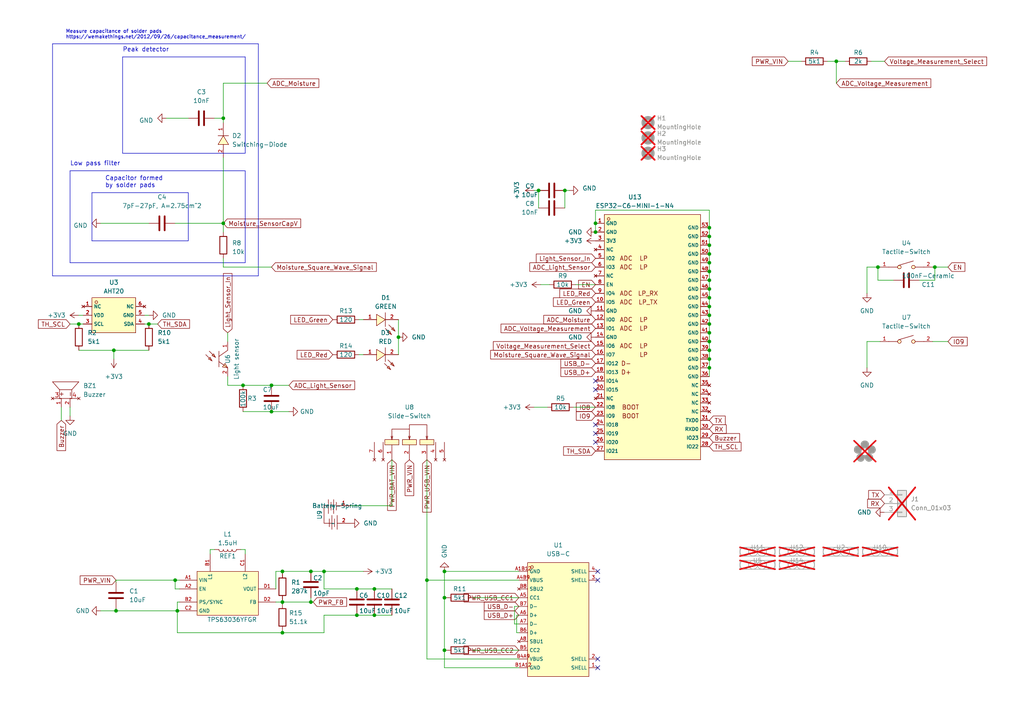
<source format=kicad_sch>
(kicad_sch (version 20231120) (generator "eeschema") (generator_version "8.0")
  (paper "A4")
  (title_block (title "Blumy") (date "2023-05-12") (rev "1.0"))
  (lib_symbols
    (symbol "Connector_Generic:Conn_01x03" (pin_names (offset 1.016) hide)
      (property "Reference" "J" (at 0 5.08 0))
      (property "Value" "Conn_01x03" (at 0 -5.08 0))
      (symbol "Conn_01x03_1_1"
        (pin passive line (at -5.08 2.54 0) (length 3.81) (name "Pin_1") (number "1"))
        (pin passive line (at -5.08 0 0) (length 3.81) (name "Pin_2") (number "2"))
        (pin passive line (at -5.08 -2.54 0) (length 3.81) (name "Pin_3") (number "3"))
      )
    )
    (symbol "Custom_Parts:AAA_Battery-Spring"
      (property "Reference" "U" (at 0 0 0))
      (symbol "AAA_Battery-Spring_1_1"
        (pin power_out line (at -3.81 -2.54 0) (length 3.81) (name "+") (number "1"))
        (pin power_out line (at -3.81 2.54 0) (length 3.81) (name "-") (number "2"))
      )
    )
    (symbol "Custom_Parts:AHT20-F"
      (property "Reference" "U" (at 0 1.27 0))
      (property "Value" "AHT20-F" (at 0 -2.54 0))
      (symbol "AHT20-F_0_1"
        (pin no_connect line (at -8.89 2.54 0) (length 2.54) (name "NC") (number "1"))
        (pin power_in line (at -8.89 0 0) (length 2.54) (name "VDD") (number "2"))
        (pin bidirectional line (at -8.89 -2.54 0) (length 2.54) (name "SCL") (number "3"))
        (pin bidirectional line (at 8.89 -2.54 180) (length 2.54) (name "SDA") (number "4"))
        (pin power_in line (at 8.89 0 180) (length 2.54) (name "GND") (number "5"))
        (pin no_connect line (at 8.89 2.54 180) (length 2.54) (name "NC") (number "6"))
      )
    )
    (symbol "Custom_Parts:ALS-PT19-315C_Light_Sensor" (pin_names hide)
      (property "Reference" "U" (at 0 1.27 0))
      (property "Value" "ALS-PT19-315C_Light_Sensor" (at 0 -2.54 0))
      (symbol "ALS-PT19-315C_Light_Sensor_1_1"
        (pin passive line (at 1.27 5.08 270) (length 2.54) (name "C") (number "1"))
        (pin passive line (at 1.27 -5.08 90) (length 2.54) (name "E") (number "2"))
      )
    )
    (symbol "Custom_Parts:Buzzer" (pin_names hide)
      (property "Reference" "B" (at 0 1.27 0))
      (property "Value" "Buzzer" (at 0 -2.54 0))
      (symbol "Buzzer_0_1"
        (pin input line (at -3.81 1.27 0) (length 2.54) (name "+") (number "1"))
        (pin power_in line (at -3.81 -1.27 0) (length 2.54) (name "2") (number "2"))
      )
      (symbol "Buzzer_1_1"
        (text "+" (at 0 1.27 0) (effects (font (size 1.27 1.27))))
        (text "-" (at 0 -1.27 0) (effects (font (size 1.27 1.27))))
        (pin no_connect line (at -1.27 3.81 270) (length 2.54) (name "NC") (number "3"))
        (pin no_connect line (at -1.27 -3.81 90) (length 2.54) (name "NC") (number "4"))
      )
    )
    (symbol "Custom_Parts:ESP32-C6-MINI-1-N4"
      (property "Reference" "U" (at 0 41.91 0))
      (property "Value" "ESP32-C6-MINI-1-N4" (at 0 39.37 0))
      (symbol "ESP32-C6-MINI-1-N4_0_1"
        (pin bidirectional line (at -11.43 10.16 0) (length 2.54) (name "IO5") (number "10"))
        (pin power_in line (at -11.43 7.62 0) (length 2.54) (name "GND") (number "11"))
        (pin bidirectional line (at -11.43 5.08 0) (length 2.54) (name "IO0") (number "12"))
        (pin bidirectional line (at -11.43 2.54 0) (length 2.54) (name "IO1") (number "13"))
        (pin power_in line (at -11.43 0 0) (length 2.54) (name "GND") (number "14"))
        (pin bidirectional line (at -11.43 -2.54 0) (length 2.54) (name "IO6") (number "15"))
        (pin bidirectional line (at -11.43 -5.08 0) (length 2.54) (name "IO7") (number "16"))
        (pin bidirectional line (at -11.43 -7.62 0) (length 2.54) (name "IO12") (number "17"))
        (pin bidirectional line (at -11.43 -10.16 0) (length 2.54) (name "IO13") (number "18"))
        (pin bidirectional line (at -11.43 -12.7 0) (length 2.54) (name "IO14") (number "19"))
        (pin bidirectional line (at -11.43 -15.24 0) (length 2.54) (name "IO15") (number "20"))
        (pin no_connect line (at -11.43 -17.78 0) (length 2.54) (name "NC") (number "21"))
        (pin bidirectional line (at -11.43 -20.32 0) (length 2.54) (name "IO8") (number "22"))
        (pin bidirectional line (at -11.43 -22.86 0) (length 2.54) (name "IO9") (number "23"))
        (pin bidirectional line (at -11.43 -25.4 0) (length 2.54) (name "IO18") (number "24"))
        (pin bidirectional line (at -11.43 -27.94 0) (length 2.54) (name "IO19") (number "25"))
        (pin bidirectional line (at -11.43 -30.48 0) (length 2.54) (name "IO20") (number "26"))
        (pin bidirectional line (at -11.43 -33.02 0) (length 2.54) (name "IO21") (number "27"))
        (pin bidirectional line (at 21.59 -31.75 180) (length 2.54) (name "IO22") (number "28"))
        (pin bidirectional line (at 21.59 -29.21 180) (length 2.54) (name "IO23") (number "29"))
        (pin bidirectional line (at 21.59 -26.67 180) (length 2.54) (name "RXD0") (number "30"))
        (pin bidirectional line (at 21.59 -24.13 180) (length 2.54) (name "TXD0") (number "31"))
        (pin no_connect line (at 21.59 -21.59 180) (length 2.54) (name "NC") (number "32"))
        (pin no_connect line (at 21.59 -19.05 180) (length 2.54) (name "NC") (number "33"))
        (pin no_connect line (at 21.59 -16.51 180) (length 2.54) (name "NC") (number "34"))
        (pin no_connect line (at 21.59 -13.97 180) (length 2.54) (name "NC") (number "35"))
        (pin power_in line (at 21.59 -11.43 180) (length 2.54) (name "GND") (number "36"))
        (pin power_in line (at 21.59 -8.89 180) (length 2.54) (name "GND") (number "37"))
        (pin power_in line (at 21.59 -6.35 180) (length 2.54) (name "GND") (number "38"))
        (pin power_in line (at 21.59 -3.81 180) (length 2.54) (name "GND") (number "39"))
        (pin power_in line (at 21.59 -1.27 180) (length 2.54) (name "GND") (number "40"))
        (pin power_in line (at 21.59 1.27 180) (length 2.54) (name "GND") (number "41"))
        (pin power_in line (at 21.59 3.81 180) (length 2.54) (name "GND") (number "42"))
        (pin power_in line (at 21.59 6.35 180) (length 2.54) (name "GND") (number "43"))
        (pin power_in line (at 21.59 8.89 180) (length 2.54) (name "GND") (number "44"))
        (pin power_in line (at 21.59 11.43 180) (length 2.54) (name "GND") (number "45"))
        (pin power_in line (at 21.59 13.97 180) (length 2.54) (name "GND") (number "46"))
        (pin power_in line (at 21.59 16.51 180) (length 2.54) (name "GND") (number "47"))
        (pin power_in line (at 21.59 19.05 180) (length 2.54) (name "GND") (number "48"))
        (pin power_in line (at 21.59 21.59 180) (length 2.54) (name "GND") (number "49"))
        (pin bidirectional line (at -11.43 22.86 0) (length 2.54) (name "IO2") (number "5"))
        (pin power_in line (at 21.59 24.13 180) (length 2.54) (name "GND") (number "50"))
        (pin power_in line (at 21.59 26.67 180) (length 2.54) (name "GND") (number "51"))
        (pin power_in line (at 21.59 29.21 180) (length 2.54) (name "GND") (number "52"))
        (pin power_in line (at 21.59 31.75 180) (length 2.54) (name "GND") (number "53"))
        (pin bidirectional line (at -11.43 20.32 0) (length 2.54) (name "IO3") (number "6"))
        (pin no_connect line (at -11.43 17.78 0) (length 2.54) (name "NC") (number "7"))
        (pin input line (at -11.43 15.24 0) (length 2.54) (name "EN") (number "8"))
        (pin bidirectional line (at -11.43 12.7 0) (length 2.54) (name "IO4") (number "9"))
      )
      (symbol "ESP32-C6-MINI-1-N4_1_1"
        (text "ADC" (at -2.54 -2.54 0) (effects (font (size 1.27 1.27))))
        (text "ADC" (at -2.54 2.54 0) (effects (font (size 1.27 1.27))))
        (text "ADC" (at -2.54 5.08 0) (effects (font (size 1.27 1.27))))
        (text "ADC" (at -2.54 10.16 0) (effects (font (size 1.27 1.27))))
        (text "ADC" (at -2.54 12.7 0) (effects (font (size 1.27 1.27))))
        (text "ADC" (at -2.54 20.32 0) (effects (font (size 1.27 1.27))))
        (text "ADC" (at -2.54 22.86 0) (effects (font (size 1.27 1.27))))
        (text "BOOT" (at -1.27 -22.86 0) (effects (font (size 1.27 1.27))))
        (text "BOOT" (at -1.27 -20.32 0) (effects (font (size 1.27 1.27))))
        (text "D+" (at -2.54 -10.16 0) (effects (font (size 1.27 1.27))))
        (text "D-" (at -2.54 -7.62 0) (effects (font (size 1.27 1.27))))
        (text "LP" (at 2.54 -5.08 0) (effects (font (size 1.27 1.27))))
        (text "LP" (at 2.54 -2.54 0) (effects (font (size 1.27 1.27))))
        (text "LP" (at 2.54 2.54 0) (effects (font (size 1.27 1.27))))
        (text "LP" (at 2.54 5.08 0) (effects (font (size 1.27 1.27))))
        (text "LP" (at 2.54 20.32 0) (effects (font (size 1.27 1.27))))
        (text "LP" (at 2.54 22.86 0) (effects (font (size 1.27 1.27))))
        (text "LP_RX" (at 3.81 12.7 0) (effects (font (size 1.27 1.27))))
        (text "LP_TX" (at 3.81 10.16 0) (effects (font (size 1.27 1.27))))
        (pin power_in line (at -11.43 33.02 0) (length 2.54) (name "GND") (number "1"))
        (pin power_in line (at -11.43 30.48 0) (length 2.54) (name "GND") (number "2"))
        (pin power_in line (at -11.43 27.94 0) (length 2.54) (name "3V3") (number "3"))
        (pin no_connect line (at -11.43 25.4 0) (length 2.54) (name "NC") (number "4"))
      )
    )
    (symbol "Custom_Parts:Flower" (pin_names (offset 1.016)))
    (symbol "Custom_Parts:HC-TYPE-C-16P-01A-G"
      (property "Reference" "U" (at 0 1.27 0))
      (property "Value" "HC-TYPE-C-16P-01A-G" (at 0 -2.54 0))
      (symbol "HC-TYPE-C-16P-01A-G_0_1"
        (pin passive line (at 10.16 -12.7 180) (length 2.54) (name "SHELL") (number "1"))
        (pin passive line (at 10.16 -10.16 180) (length 2.54) (name "SHELL") (number "2"))
        (pin passive line (at 10.16 12.7 180) (length 2.54) (name "SHELL") (number "3"))
        (pin passive line (at 10.16 15.24 180) (length 2.54) (name "SHELL") (number "4"))
        (pin power_out line (at -12.7 15.24 0) (length 2.54) (name "GND") (number "A1B12"))
        (pin power_out line (at -12.7 12.7 0) (length 2.54) (name "VBUS") (number "A4B9"))
        (pin passive line (at -12.7 7.62 0) (length 2.54) (name "CC1") (number "A5"))
        (pin bidirectional line (at -12.7 2.54 0) (length 2.54) (name "D+") (number "A6"))
        (pin bidirectional line (at -12.7 0 0) (length 2.54) (name "D-") (number "A7"))
        (pin no_connect line (at -12.7 -5.08 0) (length 2.54) (name "SBU1") (number "A8"))
        (pin power_in line (at -12.7 -12.7 0) (length 2.54) (name "GND") (number "B1A12"))
        (pin power_in line (at -12.7 -10.16 0) (length 2.54) (name "VBUS") (number "B4A9"))
        (pin passive line (at -12.7 -7.62 0) (length 2.54) (name "CC2") (number "B5"))
        (pin bidirectional line (at -12.7 -2.54 0) (length 2.54) (name "D+") (number "B6"))
        (pin bidirectional line (at -12.7 5.08 0) (length 2.54) (name "D-") (number "B7"))
        (pin no_connect line (at -12.7 10.16 0) (length 2.54) (name "SBU2") (number "B8"))
      )
    )
    (symbol "Custom_Parts:Led_Green" (pin_names hide)
      (property "Reference" "LED" (at 0 1.27 0))
      (property "Value" "Led_Green" (at 0 -2.54 0))
      (symbol "Led_Green_1_1"
        (pin passive line (at 5.08 0 180) (length 3.81) (name "A") (number "1"))
        (pin passive line (at -5.08 0 0) (length 3.81) (name "K") (number "2"))
      )
    )
    (symbol "Custom_Parts:Led_Red" (pin_names hide)
      (property "Reference" "LED" (at 0 1.27 0))
      (property "Value" "Led_Red" (at 0 -2.54 0))
      (symbol "Led_Red_0_1"
        (pin passive line (at 5.08 0 180) (length 3.81) (name "+") (number "1"))
        (pin passive line (at -5.08 0 0) (length 3.81) (name "-") (number "2"))
      )
    )
    (symbol "Custom_Parts:MK-12C02-G025" (pin_names hide)
      (property "Reference" "U" (at 0 1.27 0))
      (property "Value" "MK-12C02-G025" (at 0 -2.54 0))
      (symbol "MK-12C02-G025_0_1"
        (pin no_connect line (at 7.62 -5.08 90) (length 5.08) (name "4") (number "4"))
        (pin no_connect line (at 10.16 -5.08 90) (length 5.08) (name "5") (number "5"))
        (pin no_connect line (at -7.62 -5.08 90) (length 5.08) (name "6") (number "6"))
        (pin no_connect line (at -10.16 -5.08 90) (length 5.08) (name "7") (number "7"))
      )
      (symbol "MK-12C02-G025_1_1"
        (pin power_in line (at -5.08 -5.08 90) (length 4.318) (name "1") (number "1"))
        (pin power_out line (at 0 -5.08 90) (length 4.318) (name "2") (number "2"))
        (pin power_in line (at 5.08 -5.08 90) (length 4.318) (name "3") (number "3"))
      )
    )
    (symbol "Custom_Parts:MouseBite5mm"
      (property "Reference" "U" (at 0 0 0))
    )
    (symbol "Custom_Parts:SOD-123-Switching-Diode" (pin_names hide)
      (property "Reference" "U" (at 0 1.27 0))
      (property "Value" "SOD-123-Switching-Diode" (at 0 -2.54 0))
      (symbol "SOD-123-Switching-Diode_1_1"
        (pin passive line (at -5.08 0 0) (length 3.81) (name "K") (number "1"))
        (pin passive line (at 5.08 0 180) (length 3.81) (name "A") (number "2"))
      )
    )
    (symbol "Custom_Parts:TPS63036YFGR"
      (property "Reference" "REF" (at 0 1.27 0))
      (property "Value" "TPS63036YFGR" (at -1.27 -6.35 0))
      (symbol "TPS63036YFGR_0_1"
        (pin power_in line (at -15.24 5.08 0) (length 5.08) (name "VIN") (number "A1"))
        (pin input line (at -15.24 2.54 0) (length 5.08) (name "EN") (number "A2"))
        (pin passive line (at -6.35 12.7 270) (length 5.08) (name "L1") (number "B1"))
        (pin input line (at -15.24 -1.27 0) (length 5.08) (name "PS/SYNC") (number "B2"))
        (pin passive line (at 3.81 12.7 270) (length 5.08) (name "L2") (number "C1"))
        (pin power_in line (at -15.24 -3.81 0) (length 5.08) (name "GND") (number "C2"))
        (pin power_out line (at 12.7 2.54 180) (length 5.08) (name "VOUT") (number "D1"))
        (pin input line (at 12.7 -1.27 180) (length 5.08) (name "FB") (number "D2"))
      )
    )
    (symbol "Custom_Parts:TS-1088-AR02016" (pin_names hide)
      (property "Reference" "U" (at 0 1.27 0))
      (property "Value" "TS-1088-AR02016" (at 0 -2.54 0))
      (symbol "TS-1088-AR02016_0_1"
        (pin passive line (at -7.62 0 0) (length 2.54) (name "1") (number "1"))
        (pin passive line (at 7.62 0 180) (length 2.54) (name "2") (number "2"))
      )
    )
    (symbol "Device:C" (pin_numbers hide) (pin_names (offset 0.254))
      (property "Reference" "C" (at 0.635 2.54 0))
      (property "Value" "C" (at 0.635 -2.54 0))
      (symbol "C_1_1"
        (pin passive line (at 0 3.81 270) (length 2.794) (name "~") (number "1"))
        (pin passive line (at 0 -3.81 90) (length 2.794) (name "~") (number "2"))
      )
    )
    (symbol "Device:L" (pin_numbers hide) (pin_names (offset 1.016) hide)
      (property "Reference" "L" (at -1.27 0 90))
      (property "Value" "L" (at 1.905 0 90))
      (symbol "L_1_1"
        (pin passive line (at 0 3.81 270) (length 1.27) (name "1") (number "1"))
        (pin passive line (at 0 -3.81 90) (length 1.27) (name "2") (number "2"))
      )
    )
    (symbol "Device:R" (pin_numbers hide) (pin_names (offset 0))
      (property "Reference" "R" (at 2.032 0 90))
      (property "Value" "R" (at 0 0 90))
      (symbol "R_1_1"
        (pin passive line (at 0 3.81 270) (length 1.27) (name "~") (number "1"))
        (pin passive line (at 0 -3.81 90) (length 1.27) (name "~") (number "2"))
      )
    )
    (symbol "Mechanical:MountingHole" (pin_names (offset 1.016))
      (property "Reference" "H" (at 0 5.08 0))
      (property "Value" "MountingHole" (at 0 3.175 0))
    )
    (symbol "power:+3V3" (power) (pin_names (offset 0))
      (property "Value" "+3V3" (at 0 3.556 0))
      (symbol "+3V3_1_1"
        (pin power_in line (at 0 0 90) (length 0) hide (name "+3V3") (number "1"))
      )
    )
    (symbol "power:GND" (power) (pin_names (offset 0))
      (property "Value" "GND" (at 0 -3.81 0))
      (symbol "GND_1_1"
        (pin power_in line (at 0 0 270) (length 0) hide (name "GND") (number "1"))
      )
    )
  )
  (junction (at 81.915 174.625))
  (junction (at 205.74 81.28))
  (junction (at 205.74 101.6))
  (junction (at 205.74 83.82))
  (junction (at 33.655 177.165))
  (junction (at 81.915 165.735))
  (junction (at 242.57 17.78))
  (junction (at 115.57 97.79))
  (junction (at 254.635 77.47))
  (junction (at 205.74 93.98))
  (junction (at 33.02 101.6))
  (junction (at 205.74 68.58))
  (junction (at 78.74 111.76))
  (junction (at 163.83 55.245))
  (junction (at 205.74 91.44))
  (junction (at 78.74 119.38))
  (junction (at 205.74 71.12))
  (junction (at 205.74 86.36))
  (junction (at 123.825 168.275))
  (junction (at 43.18 93.98))
  (junction (at 103.505 170.815))
  (junction (at 205.74 88.9))
  (junction (at 205.74 66.04))
  (junction (at 205.74 78.74))
  (junction (at 205.74 73.66))
  (junction (at 205.74 96.52))
  (junction (at 90.17 165.735))
  (junction (at 50.8 168.275))
  (junction (at 205.74 106.68))
  (junction (at 156.21 55.245))
  (junction (at 81.915 183.515))
  (junction (at 108.585 178.435))
  (junction (at 205.74 104.14))
  (junction (at 22.86 93.98))
  (junction (at 64.77 64.77))
  (junction (at 128.905 188.595))
  (junction (at 172.72 64.77))
  (junction (at 128.905 173.355))
  (junction (at 108.585 170.815))
  (junction (at 172.72 67.31))
  (junction (at 64.77 34.29))
  (junction (at 205.74 76.2))
  (junction (at 205.74 99.06))
  (junction (at 271.145 77.47))
  (junction (at 70.485 111.76))
  (junction (at 103.505 178.435))
  (junction (at 128.905 165.735))
  (junction (at 90.17 174.625))
  (junction (at 93.98 165.735))
  (junction (at 51.435 177.165))
  (no_connect (at 173.355 168.275))
  (no_connect (at 173.355 165.735))
  (no_connect (at 173.355 191.135))
  (no_connect (at 173.355 193.675))
  (no_connect (at 172.72 125.73))
  (no_connect (at 172.72 113.03))
  (no_connect (at 172.72 123.19))
  (no_connect (at 172.72 110.49))
  (no_connect (at 172.72 128.27))
  (wire (pts (xy 128.905 188.595) (xy 128.905 193.675)))
  (wire (pts (xy 66.04 109.22) (xy 66.04 111.76)))
  (wire (pts (xy 101.6 146.685) (xy 113.665 146.685)))
  (wire (pts (xy 104.14 92.71) (xy 105.41 92.71)))
  (wire (pts (xy 205.74 96.52) (xy 205.74 99.06)))
  (wire (pts (xy 123.825 191.135) (xy 150.495 191.135)))
  (polyline (pts (xy 20.32 76.2) (xy 71.12 76.2)))
  (polyline (pts (xy 26.67 55.88) (xy 26.67 69.85)))
  (wire (pts (xy 159.385 82.55) (xy 156.845 82.55)))
  (wire (pts (xy 128.905 173.355) (xy 128.905 188.595)))
  (wire (pts (xy 205.74 91.44) (xy 205.74 93.98)))
  (wire (pts (xy 52.07 170.815) (xy 50.8 170.815)))
  (wire (pts (xy 205.74 60.96) (xy 205.74 66.04)))
  (polyline (pts (xy 54.61 69.85) (xy 54.61 55.88)))
  (wire (pts (xy 205.74 99.06) (xy 205.74 101.6)))
  (wire (pts (xy 205.74 78.74) (xy 205.74 81.28)))
  (wire (pts (xy 240.03 17.78) (xy 242.57 17.78)))
  (wire (pts (xy 228.6 17.78) (xy 232.41 17.78)))
  (wire (pts (xy 33.02 101.6) (xy 43.18 101.6)))
  (wire (pts (xy 172.72 64.77) (xy 172.72 60.96)))
  (wire (pts (xy 78.74 119.38) (xy 83.82 119.38)))
  (wire (pts (xy 270.51 77.47) (xy 271.145 77.47)))
  (wire (pts (xy 104.14 102.87) (xy 105.41 102.87)))
  (wire (pts (xy 205.74 68.58) (xy 205.74 71.12)))
  (polyline (pts (xy 15.24 12.7) (xy 74.93 12.7)))
  (wire (pts (xy 48.26 34.29) (xy 54.61 34.29)))
  (wire (pts (xy 60.96 159.385) (xy 60.96 160.655)))
  (wire (pts (xy 22.86 93.98) (xy 24.13 93.98)))
  (wire (pts (xy 205.74 106.68) (xy 205.74 109.22)))
  (wire (pts (xy 43.18 93.98) (xy 41.91 93.98)))
  (wire (pts (xy 64.77 74.93) (xy 64.77 77.47)))
  (wire (pts (xy 52.07 174.625) (xy 51.435 174.625)))
  (wire (pts (xy 150.495 175.895) (xy 149.225 175.895)))
  (wire (pts (xy 251.46 99.06) (xy 255.27 99.06)))
  (wire (pts (xy 51.435 183.515) (xy 51.435 177.165)))
  (wire (pts (xy 93.98 178.435) (xy 103.505 178.435)))
  (wire (pts (xy 93.98 165.735) (xy 93.98 170.815)))
  (wire (pts (xy 128.905 188.595) (xy 129.54 188.595)))
  (wire (pts (xy 80.01 174.625) (xy 81.915 174.625)))
  (wire (pts (xy 81.915 165.735) (xy 81.915 166.37)))
  (wire (pts (xy 22.86 91.44) (xy 24.13 91.44)))
  (wire (pts (xy 251.46 77.47) (xy 251.46 85.09)))
  (wire (pts (xy 70.485 111.76) (xy 78.74 111.76)))
  (wire (pts (xy 128.905 165.735) (xy 128.905 173.355)))
  (wire (pts (xy 81.915 175.26) (xy 81.915 174.625)))
  (wire (pts (xy 33.655 176.53) (xy 33.655 177.165)))
  (wire (pts (xy 64.77 24.13) (xy 77.47 24.13)))
  (wire (pts (xy 103.505 170.815) (xy 108.585 170.815)))
  (wire (pts (xy 66.04 111.76) (xy 70.485 111.76)))
  (wire (pts (xy 163.83 55.245) (xy 163.83 60.325)))
  (wire (pts (xy 123.825 133.35) (xy 123.825 168.275)))
  (wire (pts (xy 205.74 86.36) (xy 205.74 88.9)))
  (wire (pts (xy 205.74 71.12) (xy 205.74 73.66)))
  (wire (pts (xy 103.505 178.435) (xy 108.585 178.435)))
  (wire (pts (xy 205.74 83.82) (xy 205.74 86.36)))
  (polyline (pts (xy 15.24 80.01) (xy 74.93 80.01)))
  (wire (pts (xy 108.585 170.815) (xy 113.665 170.815)))
  (wire (pts (xy 149.86 178.435) (xy 150.495 178.435)))
  (wire (pts (xy 137.16 188.595) (xy 150.495 188.595)))
  (wire (pts (xy 29.21 177.165) (xy 33.655 177.165)))
  (wire (pts (xy 62.23 159.385) (xy 60.96 159.385)))
  (wire (pts (xy 137.16 173.355) (xy 150.495 173.355)))
  (wire (pts (xy 251.46 99.06) (xy 251.46 106.68)))
  (wire (pts (xy 205.74 88.9) (xy 205.74 91.44)))
  (wire (pts (xy 41.91 91.44) (xy 43.18 91.44)))
  (wire (pts (xy 149.225 180.975) (xy 150.495 180.975)))
  (wire (pts (xy 172.72 64.77) (xy 172.72 67.31)))
  (wire (pts (xy 90.17 174.625) (xy 90.805 174.625)))
  (wire (pts (xy 205.74 93.98) (xy 205.74 96.52)))
  (wire (pts (xy 71.12 159.385) (xy 71.12 160.655)))
  (wire (pts (xy 93.98 165.735) (xy 90.17 165.735)))
  (wire (pts (xy 81.915 174.625) (xy 90.17 174.625)))
  (wire (pts (xy 17.78 118.11) (xy 17.78 121.92)))
  (wire (pts (xy 90.17 165.735) (xy 81.915 165.735)))
  (wire (pts (xy 113.665 146.685) (xy 113.665 133.35)))
  (wire (pts (xy 271.145 81.28) (xy 271.145 77.47)))
  (wire (pts (xy 252.73 17.78) (xy 256.54 17.78)))
  (wire (pts (xy 81.915 174.625) (xy 81.915 173.99)))
  (wire (pts (xy 115.57 97.79) (xy 115.57 102.87)))
  (wire (pts (xy 29.21 64.77) (xy 43.18 64.77)))
  (wire (pts (xy 50.8 170.815) (xy 50.8 168.275)))
  (wire (pts (xy 242.57 17.78) (xy 242.57 24.13)))
  (wire (pts (xy 20.32 118.11) (xy 20.32 120.65)))
  (polyline (pts (xy 20.32 49.53) (xy 71.12 49.53)))
  (wire (pts (xy 165.1 55.245) (xy 163.83 55.245)))
  (wire (pts (xy 93.98 170.815) (xy 103.505 170.815)))
  (wire (pts (xy 205.74 81.28) (xy 205.74 83.82)))
  (wire (pts (xy 64.77 77.47) (xy 78.74 77.47)))
  (wire (pts (xy 50.8 168.275) (xy 52.07 168.275)))
  (wire (pts (xy 254.635 81.28) (xy 254.635 77.47)))
  (wire (pts (xy 128.905 173.355) (xy 129.54 173.355)))
  (wire (pts (xy 128.905 193.675) (xy 150.495 193.675)))
  (polyline (pts (xy 15.24 80.01) (xy 15.24 12.7)))
  (wire (pts (xy 271.145 77.47) (xy 274.955 77.47)))
  (wire (pts (xy 64.77 24.13) (xy 64.77 34.29)))
  (wire (pts (xy 205.74 66.04) (xy 205.74 68.58)))
  (wire (pts (xy 172.72 118.11) (xy 166.37 118.11)))
  (wire (pts (xy 51.435 174.625) (xy 51.435 177.165)))
  (wire (pts (xy 270.51 99.06) (xy 274.955 99.06)))
  (wire (pts (xy 123.825 168.275) (xy 150.495 168.275)))
  (wire (pts (xy 20.32 93.98) (xy 22.86 93.98)))
  (wire (pts (xy 205.74 76.2) (xy 205.74 78.74)))
  (wire (pts (xy 93.98 183.515) (xy 93.98 178.435)))
  (polyline (pts (xy 26.67 55.88) (xy 54.61 55.88)))
  (wire (pts (xy 33.02 101.6) (xy 33.02 104.14)))
  (polyline (pts (xy 20.32 49.53) (xy 20.32 76.2)))
  (wire (pts (xy 266.7 81.28) (xy 271.145 81.28)))
  (wire (pts (xy 259.08 81.28) (xy 254.635 81.28)))
  (wire (pts (xy 128.905 165.735) (xy 150.495 165.735)))
  (wire (pts (xy 80.01 165.735) (xy 80.01 170.815)))
  (wire (pts (xy 81.915 182.88) (xy 81.915 183.515)))
  (wire (pts (xy 172.72 82.55) (xy 167.005 82.55)))
  (wire (pts (xy 33.655 168.275) (xy 50.8 168.275)))
  (wire (pts (xy 62.23 34.29) (xy 64.77 34.29)))
  (polyline (pts (xy 26.67 69.85) (xy 54.61 69.85)))
  (polyline (pts (xy 35.56 44.45) (xy 71.12 44.45)))
  (polyline (pts (xy 35.56 16.51) (xy 35.56 44.45)))
  (wire (pts (xy 81.915 183.515) (xy 51.435 183.515)))
  (wire (pts (xy 64.77 67.31) (xy 64.77 64.77)))
  (wire (pts (xy 149.225 175.895) (xy 149.225 180.975)))
  (wire (pts (xy 90.17 173.355) (xy 90.17 174.625)))
  (wire (pts (xy 205.74 73.66) (xy 205.74 76.2)))
  (wire (pts (xy 64.77 34.29) (xy 64.77 35.56)))
  (wire (pts (xy 115.57 92.71) (xy 115.57 97.79)))
  (wire (pts (xy 51.435 177.165) (xy 52.07 177.165)))
  (wire (pts (xy 105.41 165.735) (xy 93.98 165.735)))
  (wire (pts (xy 172.72 60.96) (xy 205.74 60.96)))
  (wire (pts (xy 123.825 168.275) (xy 123.825 191.135)))
  (wire (pts (xy 50.8 64.77) (xy 64.77 64.77)))
  (wire (pts (xy 66.04 96.52) (xy 66.04 99.06)))
  (wire (pts (xy 78.74 111.76) (xy 83.82 111.76)))
  (wire (pts (xy 150.495 183.515) (xy 149.86 183.515)))
  (wire (pts (xy 64.77 45.72) (xy 64.77 64.77)))
  (wire (pts (xy 149.86 183.515) (xy 149.86 178.435)))
  (wire (pts (xy 81.915 183.515) (xy 93.98 183.515)))
  (wire (pts (xy 242.57 17.78) (xy 245.11 17.78)))
  (wire (pts (xy 158.75 118.11) (xy 154.94 118.11)))
  (wire (pts (xy 69.85 159.385) (xy 71.12 159.385)))
  (wire (pts (xy 254.635 77.47) (xy 255.27 77.47)))
  (polyline (pts (xy 71.12 16.51) (xy 35.56 16.51)))
  (wire (pts (xy 33.655 177.165) (xy 51.435 177.165)))
  (wire (pts (xy 22.86 101.6) (xy 33.02 101.6)))
  (wire (pts (xy 205.74 104.14) (xy 205.74 106.68)))
  (polyline (pts (xy 71.12 76.2) (xy 71.12 49.53)))
  (wire (pts (xy 156.21 55.245) (xy 156.21 60.325)))
  (wire (pts (xy 108.585 178.435) (xy 113.665 178.435)))
  (polyline (pts (xy 71.12 16.51) (xy 71.12 44.45)))
  (wire (pts (xy 33.655 168.91) (xy 33.655 168.275)))
  (wire (pts (xy 45.72 93.98) (xy 43.18 93.98)))
  (polyline (pts (xy 74.93 12.7) (xy 74.93 80.01)))
  (wire (pts (xy 251.46 77.47) (xy 254.635 77.47)))
  (wire (pts (xy 205.74 101.6) (xy 205.74 104.14)))
  (wire (pts (xy 70.485 119.38) (xy 78.74 119.38)))
  (wire (pts (xy 154.94 55.245) (xy 156.21 55.245)))
  (wire (pts (xy 81.915 165.735) (xy 80.01 165.735)))
  (text "Capacitor formed\nby solder pads" (at 30.48 54.61 0) (effects (font (size 1.27 1.27)) (justify left bottom)))
  (text "Measure capacitance of solder pads\nhttps://wemakethings.net/2012/09/26/capacitance_measurement/" (at 19.05 11.43 0) (effects (font (size 1 1)) (justify left bottom)))
  (text "Peak detector" (at 35.56 15.24 0) (effects (font (size 1.27 1.27)) (justify left bottom)))
  (text "Low pass filter" (at 20.32 48.26 0) (effects (font (size 1.27 1.27)) (justify left bottom)))
  (global_label "IO9" (shape input) (at 274.955 99.06 0) (property "Intersheetrefs" "${INTERSHEET_REFS}" (effects (hide yes))))
  (global_label "Buzzer" (shape input) (at 205.74 127 0) (property "Intersheetrefs" "${INTERSHEET_REFS}" (effects (hide yes))))
  (global_label "USB_D+" (shape input) (at 172.72 107.95 180) (property "Intersheetrefs" "${INTERSHEET_REFS}" (effects (hide yes))))
  (global_label "USB_D-" (shape input) (at 150.495 175.895 180) (property "Intersheetrefs" "${INTERSHEET_REFS}" (effects (hide yes))))
  (global_label "ADC_Moisture" (shape input) (at 77.47 24.13 0) (property "Intersheetrefs" "${INTERSHEET_REFS}" (effects (hide yes))))
  (global_label "Buzzer" (shape input) (at 17.78 121.92 270) (property "Intersheetrefs" "${INTERSHEET_REFS}" (effects (hide yes))))
  (global_label "ADC_Voltage_Measurement" (shape input) (at 172.72 95.25 180) (property "Intersheetrefs" "${INTERSHEET_REFS}" (effects (hide yes))))
  (global_label "ADC_Voltage_Measurement" (shape input) (at 242.57 24.13 0) (property "Intersheetrefs" "${INTERSHEET_REFS}" (effects (hide yes))))
  (global_label "Voltage_Measurement_Select" (shape input) (at 172.72 100.33 180) (property "Intersheetrefs" "${INTERSHEET_REFS}" (effects (hide yes))))
  (global_label "TH_SCL" (shape input) (at 205.74 129.54 0) (property "Intersheetrefs" "${INTERSHEET_REFS}" (effects (hide yes))))
  (global_label "TX" (shape input) (at 256.54 143.51 180) (property "Intersheetrefs" "${INTERSHEET_REFS}" (effects (hide yes))))
  (global_label "PWR_BAT_VIN" (shape input) (at 113.665 133.35 270) (property "Intersheetrefs" "${INTERSHEET_REFS}" (effects (hide yes))))
  (global_label "PWR_VIN" (shape input) (at 228.6 17.78 180) (property "Intersheetrefs" "${INTERSHEET_REFS}" (effects (hide yes))))
  (global_label "ADC_Light_Sensor" (shape input) (at 83.82 111.76 0) (property "Intersheetrefs" "${INTERSHEET_REFS}" (effects (hide yes))))
  (global_label "PWR_USB_CC1" (shape input) (at 150.495 173.355 180) (property "Intersheetrefs" "${INTERSHEET_REFS}" (effects (hide yes))))
  (global_label "LED_Red" (shape input) (at 96.52 102.87 180) (property "Intersheetrefs" "${INTERSHEET_REFS}" (effects (hide yes))))
  (global_label "PWR_USB_CC2" (shape input) (at 150.495 188.595 180) (property "Intersheetrefs" "${INTERSHEET_REFS}" (effects (hide yes))))
  (global_label "RX" (shape input) (at 256.54 146.05 180) (property "Intersheetrefs" "${INTERSHEET_REFS}" (effects (hide yes))))
  (global_label "ADC_Moisture" (shape input) (at 172.72 92.71 180) (property "Intersheetrefs" "${INTERSHEET_REFS}" (effects (hide yes))))
  (global_label "LED_Green" (shape input) (at 172.72 87.63 180) (property "Intersheetrefs" "${INTERSHEET_REFS}" (effects (hide yes))))
  (global_label "USB_D-" (shape input) (at 172.72 105.41 180) (property "Intersheetrefs" "${INTERSHEET_REFS}" (effects (hide yes))))
  (global_label "Moisture_Square_Wave_Signal" (shape input) (at 172.72 102.87 180) (property "Intersheetrefs" "${INTERSHEET_REFS}" (effects (hide yes))))
  (global_label "PWR_VIN" (shape input) (at 118.745 133.35 270) (property "Intersheetrefs" "${INTERSHEET_REFS}" (effects (hide yes))))
  (global_label "RX" (shape input) (at 205.74 124.46 0) (property "Intersheetrefs" "${INTERSHEET_REFS}" (effects (hide yes))))
  (global_label "LED_Red" (shape input) (at 172.72 85.09 180) (property "Intersheetrefs" "${INTERSHEET_REFS}" (effects (hide yes))))
  (global_label "TH_SDA" (shape input) (at 45.72 93.98 0) (property "Intersheetrefs" "${INTERSHEET_REFS}" (effects (hide yes))))
  (global_label "PWR_USB_VIN" (shape input) (at 123.825 133.35 270) (property "Intersheetrefs" "${INTERSHEET_REFS}" (effects (hide yes))))
  (global_label "PWR_FB" (shape input) (at 90.805 174.625 0) (property "Intersheetrefs" "${INTERSHEET_REFS}" (effects (hide yes))))
  (global_label "PWR_VIN" (shape input) (at 33.655 168.275 180) (property "Intersheetrefs" "${INTERSHEET_REFS}" (effects (hide yes))))
  (global_label "TH_SDA" (shape input) (at 172.72 130.81 180) (property "Intersheetrefs" "${INTERSHEET_REFS}" (effects (hide yes))))
  (global_label "LED_Green" (shape input) (at 96.52 92.71 180) (property "Intersheetrefs" "${INTERSHEET_REFS}" (effects (hide yes))))
  (global_label "IO8" (shape input) (at 172.72 118.11 180) (property "Intersheetrefs" "${INTERSHEET_REFS}" (effects (hide yes))))
  (global_label "USB_D+" (shape input) (at 150.495 178.435 180) (property "Intersheetrefs" "${INTERSHEET_REFS}" (effects (hide yes))))
  (global_label "ADC_Light_Sensor" (shape input) (at 172.72 77.47 180) (property "Intersheetrefs" "${INTERSHEET_REFS}" (effects (hide yes))))
  (global_label "EN" (shape input) (at 172.72 82.55 180) (property "Intersheetrefs" "${INTERSHEET_REFS}" (effects (hide yes))))
  (global_label "EN" (shape input) (at 274.955 77.47 0) (property "Intersheetrefs" "${INTERSHEET_REFS}" (effects (hide yes))))
  (global_label "TX" (shape input) (at 205.74 121.92 0) (property "Intersheetrefs" "${INTERSHEET_REFS}" (effects (hide yes))))
  (global_label "Light_Sensor_In" (shape input) (at 66.04 96.52 90) (property "Intersheetrefs" "${INTERSHEET_REFS}" (effects (hide yes))))
  (global_label "Voltage_Measurement_Select" (shape input) (at 256.54 17.78 0) (property "Intersheetrefs" "${INTERSHEET_REFS}" (effects (hide yes))))
  (global_label "Moisture_Square_Wave_Signal" (shape input) (at 78.74 77.47 0) (property "Intersheetrefs" "${INTERSHEET_REFS}" (effects (hide yes))))
  (global_label "TH_SCL" (shape input) (at 20.32 93.98 180) (property "Intersheetrefs" "${INTERSHEET_REFS}" (effects (hide yes))))
  (global_label "IO9" (shape input) (at 172.72 120.65 180) (property "Intersheetrefs" "${INTERSHEET_REFS}" (effects (hide yes))))
  (global_label "Light_Sensor_In" (shape input) (at 172.72 74.93 180) (property "Intersheetrefs" "${INTERSHEET_REFS}" (effects (hide yes))))
  (global_label "Moisture_SensorCapV" (shape input) (at 64.77 64.77 0) (property "Intersheetrefs" "${INTERSHEET_REFS}" (effects (hide yes))))
  (symbol (lib_id "Device:C") (at 78.74 115.57 0) (unit 1)
    (property "Reference" "C7" (at 76.2 113.03 0) (effects (justify left)))
    (property "Value" "10uF" (at 76.2 118.11 0) (effects (justify left)))
    (property "Footprint" "Capacitor_SMD:C_0402_1005Metric" (effects (hide yes)))
    (property "LCSC" "C15525" (effects (hide yes)))
    (property "MPN" "C15525" (effects (hide yes)))
  )
  (symbol (lib_id "power:GND") (at 43.18 91.44 90) (unit 1)
    (property "Reference" "#PWR016" (effects (hide yes)))
    (property "Value" "GND" (at 46.99 91.44 90) (effects (justify right)))
  )
  (symbol (lib_id "Custom_Parts:TS-1088-AR02016") (at 262.89 77.47 0) (unit 1)
    (property "Reference" "U4" (at 262.89 70.485 0))
    (property "Value" "Tactile-Switch" (at 262.89 73.025 0))
    (property "Footprint" "CustomFootprints:SW-SMD_L3.9-W3.0-P4.45" (effects (hide yes)))
    (property "Datasheet" "https://item.szlcsc.com/457636.html" (effects (hide yes)))
    (property "LCSC" "C720477" (effects (hide yes)))
    (property "MPN" "C720477" (effects (hide yes)))
  )
  (symbol (lib_id "Custom_Parts:MouseBite5mm") (at 255.27 160.02 0) (unit 1) (in_bom no) (dnp yes)
    (property "Reference" "U10" (at 255.27 158.75 0))
    (property "Value" "~" (at 255.27 160.02 0))
    (property "Footprint" "CustomFootprints:MouseBites5mm" (effects (hide yes)))
    (property "MPN" "/" (effects (hide yes)))
  )
  (symbol (lib_id "power:GND") (at 256.54 148.59 270) (unit 1)
    (property "Reference" "#PWR01" (effects (hide yes)))
    (property "Value" "GND" (at 252.73 148.59 90) (effects (justify right)))
  )
  (symbol (lib_id "power:GND") (at 251.46 106.68 0) (unit 1)
    (property "Reference" "#PWR012" (effects (hide yes)))
    (property "Value" "GND" (at 251.46 111.76 0))
  )
  (symbol (lib_id "power:GND") (at 172.72 97.79 270) (unit 1)
    (property "Reference" "#PWR06" (effects (hide yes)))
    (property "Value" "GND" (at 168.91 97.79 90) (effects (justify right)))
  )
  (symbol (lib_id "Device:C") (at 160.02 60.325 90) (unit 1)
    (property "Reference" "C8" (at 153.67 59.055 90))
    (property "Value" "10nF" (at 153.67 61.595 90))
    (property "Footprint" "Capacitor_SMD:C_0402_1005Metric" (effects (hide yes)))
    (property "LCSC" "C15195" (effects (hide yes)))
    (property "MPN" "C15195" (effects (hide yes)))
  )
  (symbol (lib_id "power:GND") (at 172.72 67.31 270) (unit 1)
    (property "Reference" "#PWR03" (effects (hide yes)))
    (property "Value" "GND" (at 168.91 67.31 90) (effects (justify right)))
  )
  (symbol (lib_id "power:GND") (at 48.26 34.29 270) (unit 1)
    (property "Reference" "#PWR013" (effects (hide yes)))
    (property "Value" "GND" (at 44.45 34.925 90) (effects (justify right)))
  )
  (symbol (lib_id "power:GND") (at 115.57 97.79 90) (unit 1)
    (property "Reference" "#PWR022" (effects (hide yes)))
    (property "Value" "GND" (at 119.38 97.79 90) (effects (justify right)))
  )
  (symbol (lib_id "Mechanical:MountingHole") (at 187.96 35.56 0) (unit 1) (in_bom no) (dnp yes)
    (property "Reference" "H1" (at 190.5 34.29 0) (effects (justify left)))
    (property "Value" "MountingHole" (at 190.5 36.83 0) (effects (justify left)))
    (property "Footprint" "MountingHole:MountingHole_3.2mm_M3" (effects (hide yes)))
    (property "MPN" "/" (effects (hide yes)))
  )
  (symbol (lib_id "power:+3V3") (at 33.02 104.14 180) (unit 1)
    (property "Reference" "#PWR023" (effects (hide yes)))
    (property "Value" "+3V3" (at 33.02 109.22 0))
  )
  (symbol (lib_id "Custom_Parts:MouseBite5mm") (at 243.84 160.02 0) (unit 1) (in_bom no) (dnp yes)
    (property "Reference" "U2" (at 243.84 158.75 0))
    (property "Value" "~" (at 243.84 160.02 0))
    (property "Footprint" "CustomFootprints:MouseBites5mm" (effects (hide yes)))
    (property "MPN" "/" (effects (hide yes)))
  )
  (symbol (lib_id "Custom_Parts:Led_Green") (at 110.49 92.71 180) (unit 1)
    (property "Reference" "D1" (at 111.887 86.36 0))
    (property "Value" "GREEN" (at 111.887 88.9 0))
    (property "Footprint" "CustomFootprints:LED0805-R-RD" (effects (hide yes)))
    (property "Datasheet" "https://item.szlcsc.com/88042.html" (effects (hide yes)))
    (property "LCSC" "C2297" (effects (hide yes)))
    (property "MPN" "C2297" (effects (hide yes)))
  )
  (symbol (lib_id "power:+3V3") (at 22.86 91.44 90) (unit 1)
    (property "Reference" "#PWR015" (effects (hide yes)))
    (property "Value" "+3V3" (at 19.05 91.44 90) (effects (justify left)))
  )
  (symbol (lib_id "Custom_Parts:TS-1088-AR02016") (at 262.89 99.06 0) (unit 1)
    (property "Reference" "U7" (at 262.89 92.075 0))
    (property "Value" "Tactile-Switch" (at 262.89 94.615 0))
    (property "Footprint" "CustomFootprints:SW-SMD_L3.9-W3.0-P4.45" (effects (hide yes)))
    (property "Datasheet" "https://item.szlcsc.com/457636.html" (effects (hide yes)))
    (property "LCSC" "C720477" (effects (hide yes)))
    (property "MPN" "C720477" (effects (hide yes)))
  )
  (symbol (lib_id "Device:C") (at 113.665 174.625 0) (unit 1)
    (property "Reference" "C12" (at 114.3 172.72 0) (effects (justify left)))
    (property "Value" "10uF" (at 114.3 177.165 0) (effects (justify left)))
    (property "Footprint" "Capacitor_SMD:C_0402_1005Metric" (effects (hide yes)))
    (property "LCSC" "C15525" (effects (hide yes)))
    (property "MPN" "C15525" (effects (hide yes)))
  )
  (symbol (lib_id "power:GND") (at 128.905 165.735 180) (unit 1)
    (property "Reference" "#PWR024" (effects (hide yes)))
    (property "Value" "GND" (at 128.905 161.925 90) (effects (justify right)))
  )
  (symbol (lib_id "Device:R") (at 236.22 17.78 90) (unit 1)
    (property "Reference" "R4" (at 236.22 15.24 90))
    (property "Value" "5k1" (at 236.22 17.78 90))
    (property "Footprint" "Resistor_SMD:R_0402_1005Metric" (effects (hide yes)))
    (property "LCSC" "C25905" (effects (hide yes)))
    (property "MPN" "C25905" (effects (hide yes)))
  )
  (symbol (lib_id "power:GND") (at 29.21 64.77 270) (unit 1)
    (property "Reference" "#PWR014" (effects (hide yes)))
    (property "Value" "GND" (at 25.4 65.405 90) (effects (justify right)))
  )
  (symbol (lib_id "Device:C") (at 103.505 174.625 0) (unit 1)
    (property "Reference" "C6" (at 104.14 172.72 0) (effects (justify left)))
    (property "Value" "10uF" (at 104.14 177.165 0) (effects (justify left)))
    (property "Footprint" "Capacitor_SMD:C_0402_1005Metric" (effects (hide yes)))
    (property "LCSC" "C15525" (effects (hide yes)))
    (property "MPN" "C15525" (effects (hide yes)))
  )
  (symbol (lib_id "Device:C") (at 262.89 81.28 270) (unit 1)
    (property "Reference" "C11" (at 269.24 82.55 90))
    (property "Value" "100nF-Ceramic" (at 269.24 80.01 90))
    (property "Footprint" "Capacitor_SMD:C_0402_1005Metric" (effects (hide yes)))
    (property "LCSC" "C1525" (effects (hide yes)))
    (property "MPN" "C1525" (effects (hide yes)))
  )
  (symbol (lib_id "Device:R") (at 248.92 17.78 90) (unit 1)
    (property "Reference" "R6" (at 248.92 15.24 90))
    (property "Value" "2k" (at 248.92 17.78 90))
    (property "Footprint" "Resistor_SMD:R_0402_1005Metric" (effects (hide yes)))
    (property "LCSC" "C4109" (effects (hide yes)))
    (property "MPN" "C4109" (effects (hide yes)))
  )
  (symbol (lib_id "Mechanical:MountingHole") (at 187.96 44.45 0) (unit 1) (in_bom no) (dnp yes)
    (property "Reference" "H3" (at 190.5 43.18 0) (effects (justify left)))
    (property "Value" "MountingHole" (at 190.5 45.72 0) (effects (justify left)))
    (property "Footprint" "MountingHole:MountingHole_3.2mm_M3" (effects (hide yes)))
    (property "MPN" "/" (effects (hide yes)))
  )
  (symbol (lib_id "Mechanical:MountingHole") (at 187.96 40.005 0) (unit 1) (in_bom no) (dnp yes)
    (property "Reference" "H2" (at 190.5 38.735 0) (effects (justify left)))
    (property "Value" "MountingHole" (at 190.5 41.275 0) (effects (justify left)))
    (property "Footprint" "MountingHole:MountingHole_3.2mm_M3" (effects (hide yes)))
    (property "MPN" "/" (effects (hide yes)))
  )
  (symbol (lib_id "Device:C") (at 160.02 55.245 90) (unit 1)
    (property "Reference" "C9" (at 153.67 53.975 90))
    (property "Value" "10uF" (at 153.67 56.515 90))
    (property "Footprint" "Capacitor_SMD:C_0402_1005Metric" (effects (hide yes)))
    (property "LCSC" "C15525" (effects (hide yes)))
    (property "MPN" "C15525" (effects (hide yes)))
  )
  (symbol (lib_id "Device:R") (at 133.35 188.595 90) (unit 1)
    (property "Reference" "R12" (at 133.35 186.055 90))
    (property "Value" "5k1" (at 133.35 188.595 90))
    (property "Footprint" "Resistor_SMD:R_0402_1005Metric" (effects (hide yes)))
    (property "LCSC" "C25905" (effects (hide yes)))
    (property "MPN" "C25905" (effects (hide yes)))
  )
  (symbol (lib_id "Custom_Parts:Flower") (at 250.825 130.81 0) (unit 1) (in_bom no) (dnp yes)
    (property "Reference" "Flower1" (effects (hide yes)))
    (property "Value" "Flower" (effects (hide yes)))
    (property "Footprint" "CustomFootprints:Flower" (effects (hide yes)))
    (property "MPN" "/" (effects (hide yes)))
  )
  (symbol (lib_id "Custom_Parts:ALS-PT19-315C_Light_Sensor") (at 64.77 104.14 0) (unit 1)
    (property "Reference" "U6" (at 66.04 104.14 90))
    (property "Value" "Light sensor" (at 68.58 104.14 90))
    (property "Footprint" "CustomFootprints:SENSORS-SMD_ALS-PT19" (effects (hide yes)))
    (property "Datasheet" "https://item.szlcsc.com/157565.html" (effects (hide yes)))
    (property "LCSC" "C146233" (effects (hide yes)))
    (property "MPN" "C146233" (effects (hide yes)))
  )
  (symbol (lib_id "Device:R") (at 81.915 179.07 0) (unit 1)
    (property "Reference" "R15" (at 83.82 177.8 0) (effects (justify left)))
    (property "Value" "51.1k" (at 83.82 180.34 0) (effects (justify left)))
    (property "Footprint" "Resistor_SMD:R_0402_1005Metric" (effects (hide yes)))
    (property "LCSC" "C284602" (effects (hide yes)))
    (property "MPN" "C284602" (effects (hide yes)))
  )
  (symbol (lib_id "power:GND") (at 101.6 151.765 90) (unit 1)
    (property "Reference" "#PWR07" (effects (hide yes)))
    (property "Value" "GND" (at 105.41 151.765 90) (effects (justify right)))
  )
  (symbol (lib_id "Device:R") (at 43.18 97.79 0) (unit 1)
    (property "Reference" "R10" (at 45.72 96.52 0) (effects (justify left)))
    (property "Value" "5k1" (at 45.72 99.06 0) (effects (justify left)))
    (property "Footprint" "Resistor_SMD:R_0402_1005Metric" (effects (hide yes)))
    (property "LCSC" "C25905" (effects (hide yes)))
    (property "MPN" "C25905" (effects (hide yes)))
  )
  (symbol (lib_id "power:+3V3") (at 154.94 55.245 90) (unit 1)
    (property "Reference" "#PWR020" (effects (hide yes)))
    (property "Value" "+3V3" (at 149.86 55.245 0))
  )
  (symbol (lib_id "Device:C") (at 108.585 174.625 0) (unit 1)
    (property "Reference" "C10" (at 109.22 172.72 0) (effects (justify left)))
    (property "Value" "10uF" (at 109.22 177.165 0) (effects (justify left)))
    (property "Footprint" "Capacitor_SMD:C_0402_1005Metric" (effects (hide yes)))
    (property "LCSC" "C15525" (effects (hide yes)))
    (property "MPN" "C15525" (effects (hide yes)))
  )
  (symbol (lib_id "power:+3V3") (at 105.41 165.735 270) (unit 1)
    (property "Reference" "#PWR026" (effects (hide yes)))
    (property "Value" "+3V3" (at 108.585 165.735 90) (effects (justify left)))
  )
  (symbol (lib_id "power:+3V3") (at 156.845 82.55 90) (unit 1)
    (property "Reference" "#PWR011" (effects (hide yes)))
    (property "Value" "+3V3" (at 153.035 82.55 90) (effects (justify left)))
  )
  (symbol (lib_id "Custom_Parts:TPS63036YFGR") (at 67.31 173.355 0) (unit 1)
    (property "Reference" "REF1" (at 66.04 161.29 0))
    (property "Value" "TPS63036YFGR" (at 67.31 179.705 0))
    (property "Footprint" "CustomFootprints:DSBGA-8_L1.8-W1.1-R2-C4-P0.40-BR" (effects (hide yes)))
    (property "Datasheet" "https://item.szlcsc.com/269672.html" (effects (hide yes)))
    (property "LCSC" "C283955" (effects (hide yes)))
    (property "MPN" "C283955" (effects (hide yes)))
  )
  (symbol (lib_id "Custom_Parts:MouseBite5mm") (at 219.71 160.02 0) (unit 1) (in_bom no) (dnp yes)
    (property "Reference" "U11" (at 219.71 158.75 0))
    (property "Value" "~" (at 219.71 160.02 0))
    (property "Footprint" "CustomFootprints:MouseBites5mm" (effects (hide yes)))
    (property "MPN" "/" (effects (hide yes)))
  )
  (symbol (lib_id "Device:R") (at 163.195 82.55 90) (unit 1)
    (property "Reference" "R9" (at 163.195 80.01 90))
    (property "Value" "10k" (at 163.195 82.55 90))
    (property "Footprint" "Resistor_SMD:R_0402_1005Metric" (effects (hide yes)))
    (property "LCSC" "C25744" (effects (hide yes)))
    (property "MPN" "C25744" (effects (hide yes)))
  )
  (symbol (lib_id "Custom_Parts:MK-12C02-G025") (at 118.745 128.27 0) (unit 1)
    (property "Reference" "U8" (at 118.745 118.11 0))
    (property "Value" "Slide-Switch" (at 118.745 120.65 0))
    (property "Footprint" "CustomFootprints:SW-SMD_MK-12C02-G025" (effects (hide yes)))
    (property "Datasheet" "https://item.szlcsc.com/826787.html" (effects (hide yes)))
    (property "LCSC" "C778186" (effects (hide yes)))
    (property "MPN" "C778186" (effects (hide yes)))
  )
  (symbol (lib_id "Custom_Parts:SOD-123-Switching-Diode") (at 64.77 40.64 270) (unit 1)
    (property "Reference" "D2" (at 67.31 39.37 90) (effects (justify left)))
    (property "Value" "Switching-Diode" (at 67.31 41.91 90) (effects (justify left)))
    (property "Footprint" "CustomFootprints:SOD-123F_L2.7-W1.6-LS3.8-RD" (effects (hide yes)))
    (property "Datasheet" "http://www.jinghenggroup.com/DATABOOK2010/10ZENER/MM1Z2V0THRUMM1Z120SOD123.pdf" (effects (hide yes)))
    (property "LCSC" "C81598" (effects (hide yes)))
    (property "MPN" "C81598" (effects (hide yes)))
  )
  (symbol (lib_id "Device:C") (at 58.42 34.29 90) (unit 1)
    (property "Reference" "C3" (at 58.42 26.67 90))
    (property "Value" "10nF" (at 58.42 29.21 90))
    (property "Footprint" "Capacitor_SMD:C_0402_1005Metric" (effects (hide yes)))
    (property "LCSC" "C15195" (effects (hide yes)))
    (property "MPN" "C15195" (effects (hide yes)))
  )
  (symbol (lib_id "Device:C") (at 33.655 172.72 0) (unit 1)
    (property "Reference" "C1" (at 37.465 171.45 0) (effects (justify left)))
    (property "Value" "10uF" (at 37.465 173.99 0) (effects (justify left)))
    (property "Footprint" "Capacitor_SMD:C_0402_1005Metric" (effects (hide yes)))
    (property "LCSC" "C15525" (effects (hide yes)))
    (property "MPN" "C15525" (effects (hide yes)))
  )
  (symbol (lib_id "Device:R") (at 133.35 173.355 90) (unit 1)
    (property "Reference" "R11" (at 133.35 170.815 90))
    (property "Value" "5k1" (at 133.35 173.355 90))
    (property "Footprint" "Resistor_SMD:R_0402_1005Metric" (effects (hide yes)))
    (property "LCSC" "C25905" (effects (hide yes)))
    (property "MPN" "C25905" (effects (hide yes)))
  )
  (symbol (lib_id "Device:R") (at 100.33 102.87 90) (unit 1)
    (property "Reference" "R14" (at 100.33 100.33 90))
    (property "Value" "120" (at 100.33 102.87 90))
    (property "Footprint" "Resistor_SMD:R_0402_1005Metric" (effects (hide yes)))
    (property "LCSC" "C25079" (effects (hide yes)))
    (property "MPN" "C25079" (effects (hide yes)))
  )
  (symbol (lib_id "Device:R") (at 162.56 118.11 270) (mirror x) (unit 1)
    (property "Reference" "R5" (at 162.56 115.57 90))
    (property "Value" "10k" (at 162.56 118.11 90))
    (property "Footprint" "Resistor_SMD:R_0402_1005Metric" (effects (hide yes)))
    (property "LCSC" "C25744" (effects (hide yes)))
    (property "MPN" "C25744" (effects (hide yes)))
  )
  (symbol (lib_id "Custom_Parts:HC-TYPE-C-16P-01A-G") (at 163.195 180.975 0) (unit 1)
    (property "Reference" "U1" (at 161.925 158.115 0))
    (property "Value" "USB-C" (at 161.925 160.655 0))
    (property "Footprint" "CustomFootprints:USB-C-SMD_G-SWITCH_GT-USB-7010EN" (effects (hide yes)))
    (property "Datasheet" "https://atta.szlcsc.com/upload/public/pdf/source/20220429/DBF6CF34305C712BCF88AF8C50C2E7F9.pdf" (effects (hide yes)))
    (property "LCSC" "C2997435" (effects (hide yes)))
    (property "MPN" "C2997435" (effects (hide yes)))
    (property "JLCPCB Position Offset" "0,0.83,0" (effects (hide yes)))
  )
  (symbol (lib_id "Custom_Parts:ESP32-C6-MINI-1-N4") (at 184.15 97.79 0) (unit 1)
    (property "Reference" "U13" (at 184.15 57.15 0))
    (property "Value" "ESP32-C6-MINI-1-N4" (at 184.15 59.69 0))
    (property "Footprint" "CustomFootprints:WIFIM-SMD_61P-L16.6-W13.2-P0.80-ESP32-C6-MINI-1-N4" (effects (hide yes)))
    (property "Datasheet" "https://eu.mouser.com/datasheet/2/891/esp32_c6_mini_1_datasheet_en-3105735.pdf" (effects (hide yes)))
    (property "LCSC" "C5736265" (effects (hide yes)))
    (property "MPN" "C5736265" (effects (hide yes)))
  )
  (symbol (lib_id "power:+3V3") (at 154.94 118.11 90) (mirror x) (unit 1)
    (property "Reference" "#PWR05" (effects (hide yes)))
    (property "Value" "+3V3" (at 151.13 118.11 90) (effects (justify left)))
  )
  (symbol (lib_id "power:+3V3") (at 172.72 69.85 90) (unit 1)
    (property "Reference" "#PWR04" (effects (hide yes)))
    (property "Value" "+3V3" (at 168.91 69.85 90) (effects (justify left)))
  )
  (symbol (lib_id "Device:L") (at 66.04 159.385 270) (unit 1)
    (property "Reference" "L1" (at 66.04 154.94 90))
    (property "Value" "1.5uH" (at 66.04 157.48 90))
    (property "Footprint" "CustomFootprints:L0806" (effects (hide yes)))
    (property "LCSC" "C668311" (effects (hide yes)))
    (property "MPN" "C668311" (effects (hide yes)))
  )
  (symbol (lib_id "Device:R") (at 70.485 115.57 0) (unit 1)
    (property "Reference" "R3" (at 71.755 115.57 0) (effects (justify left)))
    (property "Value" "100k" (at 70.485 118.11 90) (effects (justify left)))
    (property "Footprint" "Resistor_SMD:R_0402_1005Metric" (effects (hide yes)))
    (property "LCSC" "C25741" (effects (hide yes)))
    (property "MPN" "C25741" (effects (hide yes)))
  )
  (symbol (lib_id "Device:R") (at 81.915 170.18 0) (unit 1)
    (property "Reference" "R1" (at 84.455 168.91 0) (effects (justify left)))
    (property "Value" "287k" (at 84.455 171.45 0) (effects (justify left)))
    (property "Footprint" "Resistor_SMD:R_0402_1005Metric" (effects (hide yes)))
    (property "LCSC" "C321426" (effects (hide yes)))
    (property "MPN" "C321426" (effects (hide yes)))
  )
  (symbol (lib_id "power:GND") (at 251.46 85.09 0) (unit 1)
    (property "Reference" "#PWR027" (effects (hide yes)))
    (property "Value" "GND" (at 251.46 90.17 0))
  )
  (symbol (lib_id "Device:C") (at 46.99 64.77 270) (unit 1) (in_bom no)
    (property "Reference" "C4" (at 46.99 57.15 90))
    (property "Value" "7pF-27pF, A=2.75cm^2" (at 46.99 59.69 90))
    (property "Footprint" "CustomFootprints:Sensor-Tip" (effects (hide yes)))
    (property "MPN" "/" (effects (hide yes)))
  )
  (symbol (lib_id "Connector_Generic:Conn_01x03") (at 261.62 146.05 0) (unit 1) (dnp yes)
    (property "Reference" "J1" (at 264.16 144.78 0) (effects (justify left)))
    (property "Value" "Conn_01x03" (at 264.16 147.32 0) (effects (justify left)))
    (property "Footprint" "CustomFootprints:PinHeader_1x03_P2.54mm_Vertical_SMD" (effects (hide yes)))
    (property "MPN" "/" (effects (hide yes)))
  )
  (symbol (lib_id "Custom_Parts:MouseBite5mm") (at 219.71 163.83 0) (unit 1) (in_bom no) (dnp yes)
    (property "Reference" "U5" (at 219.71 162.56 0))
    (property "Value" "~" (at 219.71 163.83 0))
    (property "Footprint" "CustomFootprints:MouseBites5mm" (effects (hide yes)))
    (property "MPN" "/" (effects (hide yes)))
  )
  (symbol (lib_id "Custom_Parts:AHT20-F") (at 33.02 91.44 0) (unit 1)
    (property "Reference" "U3" (at 33.02 81.915 0))
    (property "Value" "AHT20" (at 33.02 84.455 0))
    (property "Footprint" "CustomFootprints:SENSOR-SMD-6_AHT20" (effects (hide yes)))
    (property "Datasheet" "https://img.jlc.com/image//data/smt-stock-produce/componentSizePhoto/2022-04-19/f11dc062e7c449078b2a02061eb03bb9/BG2204181018_D22041300494_font.png" (effects (hide yes)))
    (property "LCSC" "C2757850" (effects (hide yes)))
    (property "MPN" "C2757850" (effects (hide yes)))
    (property "JLCPCB Rotation Offset" "180" (effects (hide yes)))
  )
  (symbol (lib_id "power:GND") (at 83.82 119.38 90) (unit 1)
    (property "Reference" "#PWR017" (effects (hide yes)))
    (property "Value" "GND" (at 86.995 119.38 90) (effects (justify right)))
  )
  (symbol (lib_id "power:GND") (at 29.21 177.165 270) (unit 1)
    (property "Reference" "#PWR010" (effects (hide yes)))
    (property "Value" "GND" (at 26.035 177.165 90) (effects (justify right)))
  )
  (symbol (lib_id "Device:C") (at 90.17 169.545 0) (unit 1)
    (property "Reference" "C2" (at 90.805 167.64 0) (effects (justify left)))
    (property "Value" "10pF" (at 90.805 172.085 0) (effects (justify left)))
    (property "Footprint" "Capacitor_SMD:C_0402_1005Metric" (effects (hide yes)))
    (property "LCSC" "C32949" (effects (hide yes)))
    (property "MPN" "C32949" (effects (hide yes)))
  )
  (symbol (lib_id "Device:R") (at 100.33 92.71 90) (unit 1)
    (property "Reference" "R13" (at 100.33 90.17 90))
    (property "Value" "120" (at 100.33 92.71 90))
    (property "Footprint" "Resistor_SMD:R_0402_1005Metric" (effects (hide yes)))
    (property "LCSC" "C25079" (effects (hide yes)))
    (property "MPN" "C25079" (effects (hide yes)))
  )
  (symbol (lib_id "Custom_Parts:MouseBite5mm") (at 231.14 160.02 0) (unit 1) (in_bom no) (dnp yes)
    (property "Reference" "U12" (at 231.14 158.75 0))
    (property "Value" "~" (at 231.14 160.02 0))
    (property "Footprint" "CustomFootprints:MouseBites5mm" (effects (hide yes)))
    (property "MPN" "/" (effects (hide yes)))
  )
  (symbol (lib_id "power:GND") (at 172.72 90.17 270) (unit 1)
    (property "Reference" "#PWR08" (effects (hide yes)))
    (property "Value" "GND" (at 168.91 90.17 90) (effects (justify right)))
  )
  (symbol (lib_id "Custom_Parts:Led_Red") (at 110.49 102.87 180) (unit 1)
    (property "Reference" "D3" (at 111.76 96.52 0))
    (property "Value" "RED" (at 111.76 99.06 0))
    (property "Footprint" "CustomFootprints:LED0805-R-RD" (effects (hide yes)))
    (property "Datasheet" "https://item.szlcsc.com/88042.html" (effects (hide yes)))
    (property "LCSC" "C84256" (effects (hide yes)))
    (property "MPN" "C84256" (effects (hide yes)))
  )
  (symbol (lib_id "Device:R") (at 22.86 97.79 0) (unit 1)
    (property "Reference" "R2" (at 25.4 96.52 0) (effects (justify left)))
    (property "Value" "5k1" (at 25.4 99.06 0) (effects (justify left)))
    (property "Footprint" "Resistor_SMD:R_0402_1005Metric" (effects (hide yes)))
    (property "LCSC" "C25905" (effects (hide yes)))
    (property "MPN" "C25905" (effects (hide yes)))
  )
  (symbol (lib_id "Custom_Parts:Buzzer") (at 19.05 114.3 90) (unit 1)
    (property "Reference" "BZ1" (at 24.13 111.887 90) (effects (justify right)))
    (property "Value" "Buzzer" (at 24.13 114.427 90) (effects (justify right)))
    (property "Footprint" "CustomFootprints:BUZ-SMD_4P-L8.5-W8.5-P8.50-BR" (effects (hide yes)))
    (property "Datasheet" "https://item.szlcsc.com/96500.html" (effects (hide yes)))
    (property "LCSC" "C94599" (effects (hide yes)))
    (property "Frequency" "2700Hz" (effects (hide yes)))
    (property "MPN" "C94599" (effects (hide yes)))
  )
  (symbol (lib_id "power:GND") (at 20.32 120.65 0) (unit 1)
    (property "Reference" "#PWR018" (effects (hide yes)))
    (property "Value" "GND" (at 20.32 125.73 0))
  )
  (symbol (lib_id "Custom_Parts:AAA_Battery-Spring") (at 97.79 149.225 180) (unit 1) (in_bom no)
    (property "Reference" "U9" (at 92.71 147.955 90) (effects (justify left)))
    (property "Value" "Battery-Spring" (at 97.79 146.685 0))
    (property "Footprint" "CustomFootprints:AAA Battery-spring" (effects (hide yes)))
    (property "MPN" "/" (effects (hide yes)))
  )
  (symbol (lib_id "Custom_Parts:MouseBite5mm") (at 231.14 163.83 0) (unit 1) (in_bom no) (dnp yes)
    (property "Reference" "U14" (at 231.14 162.56 0))
    (property "Value" "~" (at 231.14 163.83 0))
    (property "Footprint" "CustomFootprints:MouseBites5mm" (effects (hide yes)))
    (property "MPN" "/" (effects (hide yes)))
  )
  (symbol (lib_id "power:GND") (at 165.1 55.245 90) (unit 1)
    (property "Reference" "#PWR021" (effects (hide yes)))
    (property "Value" "GND" (at 168.91 54.61 90) (effects (justify right)))
  )
  (symbol (lib_id "Device:R") (at 64.77 71.12 0) (unit 1)
    (property "Reference" "R8" (at 67.31 70.485 0) (effects (justify left)))
    (property "Value" "10k" (at 67.31 73.025 0) (effects (justify left)))
    (property "Footprint" "Resistor_SMD:R_0402_1005Metric" (effects (hide yes)))
    (property "LCSC" "C25744" (effects (hide yes)))
    (property "MPN" "C25744" (effects (hide yes)))
  )
)
</source>
